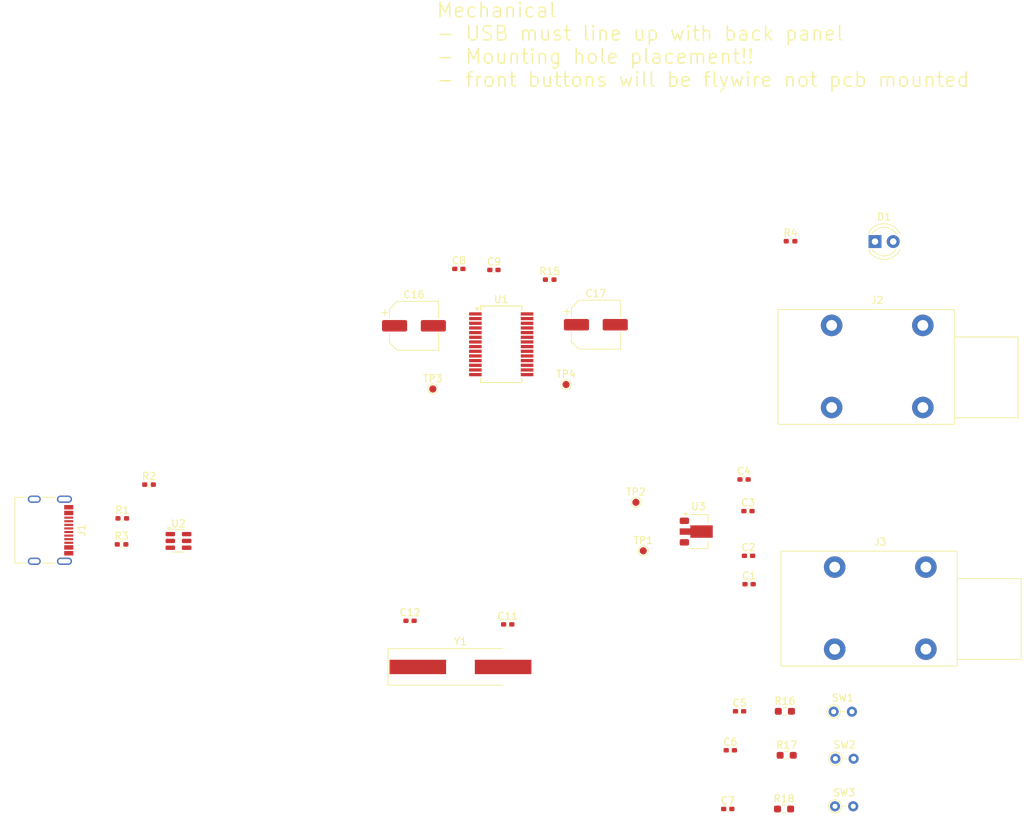
<source format=kicad_pcb>
(kicad_pcb (version 20240108) (generator "pcbnew") (generator_version "8.0")
  (layers (0 "F.Cu" signal) (31 "B.Cu" signal) (34 "B.Paste" user) (35 "F.Paste" user) (36 "B.SilkS" user "B.Silkscreen") (37 "F.SilkS" user "F.Silkscreen") (38 "B.Mask" user) (39 "F.Mask" user) (44 "Edge.Cuts" user))
  (net 0 "")
  (net 1 "GND")
  (net 2 "/VBUS")
  (net 3 "+3V3")
  (net 4 "/Volume Up")
  (net 5 "/Volume Down")
  (net 6 "/Mute")
  (net 7 "Net-(U1-XTI)")
  (net 8 "Net-(U1-XTO)")
  (net 9 "Net-(U1-VINL)")
  (net 10 "/Guitar_IN")
  (net 11 "Net-(U1-VOUTL)")
  (net 12 "/AUX_OUT")
  (net 13 "Net-(D1-A)")
  (net 14 "/USB_D-_IN")
  (net 16 "Net-(J1-CC1)")
  (net 18 "/USB_D+_IN")
  (net 23 "Net-(J1-CC2)")
  (net 24 "Net-(U1-~{SSPND})")
  (net 26 "/USB_D-_OUT")
  (net 28 "/USB_D+_OUT")
  (footprint "Capacitor_SMD:C_0402_1005Metric_Pad0.74x0.62mm_HandSolder" (layer "F.Cu") (at 158.8075 104.75)
    (property "Reference" "C1" (at 0 -1.16 0) (layer "F.SilkS"))
    (property "Value" "100nF")
    (fp_line (start -0.115835 -0.36) (end 0.115835 -0.36) (stroke (width 0.12)) (layer "F.SilkS"))
    (fp_line (start -0.115835 0.36) (end 0.115835 0.36) (stroke (width 0.12)) (layer "F.SilkS"))
    (pad "1" smd roundrect (at -0.5675 0) (size 0.735 0.62) (layers "F.Cu" "F.Paste" "F.Mask") (net 2 "/VBUS"))
    (pad "2" smd roundrect (at 0.5675 0) (size 0.735 0.62) (layers "F.Cu" "F.Paste" "F.Mask") (net 1 "GND"))
  )
  (footprint "Capacitor_SMD:CP_Elec_6.3x7.7" (layer "F.Cu") (at 137.475 68.625)
    (property "Reference" "C17" (at 0 -4.35 0) (layer "F.SilkS"))
    (property "Value" "100u")
    (fp_line (start -4.4375 -1.8475) (end -3.65 -1.8475) (stroke (width 0.12)) (layer "F.SilkS"))
    (fp_line (start -4.04375 -2.24125) (end -4.04375 -1.45375) (stroke (width 0.12)) (layer "F.SilkS"))
    (fp_line (start -3.41 -2.345563) (end -3.41 -1.06) (stroke (width 0.12)) (layer "F.SilkS"))
    (fp_line (start -3.41 -2.345563) (end -2.345563 -3.41) (stroke (width 0.12)) (layer "F.SilkS"))
    (fp_line (start -3.41 2.345563) (end -3.41 1.06) (stroke (width 0.12)) (layer "F.SilkS"))
    (fp_line (start -3.41 2.345563) (end -2.345563 3.41) (stroke (width 0.12)) (layer "F.SilkS"))
    (fp_line (start -2.345563 -3.41) (end 3.41 -3.41) (stroke (width 0.12)) (layer "F.SilkS"))
    (fp_line (start -2.345563 3.41) (end 3.41 3.41) (stroke (width 0.12)) (layer "F.SilkS"))
    (fp_line (start 3.41 -3.41) (end 3.41 -1.06) (stroke (width 0.12)) (layer "F.SilkS"))
    (fp_line (start 3.41 3.41) (end 3.41 1.06) (stroke (width 0.12)) (layer "F.SilkS"))
    (pad "1" smd roundrect (at -2.7 0) (size 3.5 1.6) (layers "F.Cu" "F.Paste" "F.Mask") (roundrect_rratio 0.15625) (net 11 "Net-(U1-VOUTL)"))
    (pad "2" smd roundrect (at 2.7 0) (size 3.5 1.6) (layers "F.Cu" "F.Paste" "F.Mask") (roundrect_rratio 0.15625) (net 12 "/AUX_OUT"))
  )
  (footprint "Capacitor_SMD:C_0402_1005Metric_Pad0.74x0.62mm_HandSolder" (layer "F.Cu") (at 158.725 100.8)
    (property "Reference" "C2" (at 0 -1.16 0) (layer "F.SilkS"))
    (property "Value" "1uF")
    (fp_line (start -0.115835 -0.36) (end 0.115835 -0.36) (stroke (width 0.12)) (layer "F.SilkS"))
    (fp_line (start -0.115835 0.36) (end 0.115835 0.36) (stroke (width 0.12)) (layer "F.SilkS"))
    (pad "1" smd roundrect (at -0.5675 0) (size 0.735 0.62) (layers "F.Cu" "F.Paste" "F.Mask") (net 2 "/VBUS"))
    (pad "2" smd roundrect (at 0.5675 0) (size 0.735 0.62) (layers "F.Cu" "F.Paste" "F.Mask") (net 1 "GND"))
  )
  (footprint "Package_TO_SOT_SMD:SOT-89-3" (layer "F.Cu") (at 151.75 97.425)
    (property "Reference" "U3" (at 0 -3.5 0) (layer "F.SilkS"))
    (property "Value" "AMS1117-3.3")
    (fp_line (start -1.22 -2.36) (end 1.36 -2.36) (stroke (width 0.12)) (layer "F.SilkS"))
    (fp_line (start 1.36 -1.38) (end 1.36 -2.36) (stroke (width 0.12)) (layer "F.SilkS"))
    (fp_line (start 1.36 1.38) (end 1.36 2.36) (stroke (width 0.12)) (layer "F.SilkS"))
    (fp_line (start 1.36 2.36) (end -1.36 2.36) (stroke (width 0.12)) (layer "F.SilkS"))
    (fp_poly (pts (xy -1.77 -2.21) (xy -2.01 -2.54) (xy -1.53 -2.54) (xy -1.77 -2.21)) (stroke (width 0.12)) (fill solid) (layer "F.SilkS"))
    (pad "1" smd roundrect (at -1.95 -1.5) (size 1.3 0.9) (layers "F.Cu" "F.Paste" "F.Mask") (net 1 "GND"))
    (pad "2" smd custom (at -1.8625 0) (size 1.475 0.9) (layers "F.Cu" "F.Paste" "F.Mask") (net 3 "+3V3") (options (clearance outline) (anchor rect)) (primitives (gr_poly (pts (xy 3.8625 0.8665) (xy 0.7375 0.8665) (xy 0.7375 -0.8665) (xy 3.8625 -0.8665)) (width 0) (fill yes))))
    (pad "3" smd roundrect (at -1.95 1.5) (size 1.3 0.9) (layers "F.Cu" "F.Paste" "F.Mask") (net 2 "/VBUS"))
  )
  (footprint "Capacitor_SMD:C_0402_1005Metric_Pad0.74x0.62mm_HandSolder" (layer "F.Cu") (at 155.8425 136.05)
    (property "Reference" "C7" (at 0 -1.16 0) (layer "F.SilkS"))
    (property "Value" "100nF")
    (fp_line (start -0.115835 -0.36) (end 0.115835 -0.36) (stroke (width 0.12)) (layer "F.SilkS"))
    (fp_line (start -0.115835 0.36) (end 0.115835 0.36) (stroke (width 0.12)) (layer "F.SilkS"))
    (pad "1" smd roundrect (at -0.5675 0) (size 0.735 0.62) (layers "F.Cu" "F.Paste" "F.Mask") (net 6 "/Mute"))
    (pad "2" smd roundrect (at 0.5675 0) (size 0.735 0.62) (layers "F.Cu" "F.Paste" "F.Mask") (net 1 "GND"))
  )
  (footprint "Capacitor_SMD:C_0402_1005Metric_Pad0.74x0.62mm_HandSolder" (layer "F.Cu") (at 156.1925 127.875)
    (property "Reference" "C6" (at 0 -1.16 0) (layer "F.SilkS"))
    (property "Value" "100nF")
    (fp_line (start -0.115835 -0.36) (end 0.115835 -0.36) (stroke (width 0.12)) (layer "F.SilkS"))
    (fp_line (start -0.115835 0.36) (end 0.115835 0.36) (stroke (width 0.12)) (layer "F.SilkS"))
    (pad "1" smd roundrect (at -0.5675 0) (size 0.735 0.62) (layers "F.Cu" "F.Paste" "F.Mask") (net 5 "/Volume Down"))
    (pad "2" smd roundrect (at 0.5675 0) (size 0.735 0.62) (layers "F.Cu" "F.Paste" "F.Mask") (net 1 "GND"))
  )
  (footprint "Capacitor_SMD:C_0402_1005Metric_Pad0.74x0.62mm_HandSolder" (layer "F.Cu") (at 157.485 122.45)
    (property "Reference" "C5" (at 0 -1.16 0) (layer "F.SilkS"))
    (property "Value" "100nF")
    (fp_line (start -0.115835 -0.36) (end 0.115835 -0.36) (stroke (width 0.12)) (layer "F.SilkS"))
    (fp_line (start -0.115835 0.36) (end 0.115835 0.36) (stroke (width 0.12)) (layer "F.SilkS"))
    (pad "1" smd roundrect (at -0.5675 0) (size 0.735 0.62) (layers "F.Cu" "F.Paste" "F.Mask") (net 4 "/Volume Up"))
    (pad "2" smd roundrect (at 0.5675 0) (size 0.735 0.62) (layers "F.Cu" "F.Paste" "F.Mask") (net 1 "GND"))
  )
  (footprint "Package_SO:SSOP-28_5.3x10.2mm_P0.65mm" (layer "F.Cu") (at 124.3 71.35)
    (property "Reference" "U1" (at 0 -6.25 0) (layer "F.SilkS"))
    (property "Value" "PCM2903")
    (fp_line (start -2.875 -5.325) (end -2.875 -4.75) (stroke (width 0.15)) (layer "F.SilkS"))
    (fp_line (start -2.875 -5.325) (end 2.875 -5.325) (stroke (width 0.15)) (layer "F.SilkS"))
    (fp_line (start -2.875 4.75) (end -2.875 5.325) (stroke (width 0.15)) (layer "F.SilkS"))
    (fp_line (start -2.875 5.325) (end 2.875 5.325) (stroke (width 0.15)) (layer "F.SilkS"))
    (fp_line (start 2.875 -5.325) (end 2.875 -4.75) (stroke (width 0.15)) (layer "F.SilkS"))
    (fp_line (start 2.875 4.75) (end 2.875 5.325) (stroke (width 0.15)) (layer "F.SilkS"))
    (fp_poly (pts (xy -3.375 -4.75) (xy -3.615 -5.08) (xy -3.135 -5.08) (xy -3.375 -4.75)) (stroke (width 0.12)) (fill solid) (layer "F.SilkS"))
    (pad "1" smd rect (at -3.6 -4.225) (size 1.75 0.45) (layers "F.Cu" "F.Paste" "F.Mask") (net 28 "/USB_D+_OUT"))
    (pad "2" smd rect (at -3.6 -3.575) (size 1.75 0.45) (layers "F.Cu" "F.Paste" "F.Mask") (net 26 "/USB_D-_OUT"))
    (pad "3" smd rect (at -3.6 -2.925) (size 1.75 0.45) (layers "F.Cu" "F.Paste" "F.Mask") (net 3 "+3V3"))
    (pad "4" smd rect (at -3.6 -2.275) (size 1.75 0.45) (layers "F.Cu" "F.Paste" "F.Mask") (net 1 "GND"))
    (pad "5" smd rect (at -3.6 -1.625) (size 1.75 0.45) (layers "F.Cu" "F.Paste" "F.Mask") (net 6 "/Mute"))
    (pad "6" smd rect (at -3.6 -0.975) (size 1.75 0.45) (layers "F.Cu" "F.Paste" "F.Mask") (net 4 "/Volume Up"))
    (pad "7" smd rect (at -3.6 -0.325) (size 1.75 0.45) (layers "F.Cu" "F.Paste" "F.Mask") (net 5 "/Volume Down"))
    (pad "8" smd rect (at -3.6 0.325) (size 1.75 0.45) (layers "F.Cu" "F.Paste" "F.Mask") (net 3 "+3V3"))
    (pad "9" smd rect (at -3.6 0.975) (size 1.75 0.45) (layers "F.Cu" "F.Paste" "F.Mask") (net 2 "/VBUS"))
    (pad "10" smd rect (at -3.6 1.625) (size 1.75 0.45) (layers "F.Cu" "F.Paste" "F.Mask") (net 3 "+3V3"))
    (pad "11" smd rect (at -3.6 2.275) (size 1.75 0.45) (layers "F.Cu" "F.Paste" "F.Mask") (net 1 "GND"))
    (pad "12" smd rect (at -3.6 2.925) (size 1.75 0.45) (layers "F.Cu" "F.Paste" "F.Mask") (net 9 "Net-(U1-VINL)"))
    (pad "13" smd rect (at -3.6 3.575) (size 1.75 0.45) (layers "F.Cu" "F.Paste" "F.Mask") (net 9 "Net-(U1-VINL)"))
    (pad "14" smd rect (at -3.6 4.225) (size 1.75 0.45) (layers "F.Cu" "F.Paste" "F.Mask") (net 3 "+3V3"))
    (pad "15" smd rect (at 3.6 4.225) (size 1.75 0.45) (layers "F.Cu" "F.Paste" "F.Mask") (net 11 "Net-(U1-VOUTL)"))
    (pad "16" smd rect (at 3.6 3.575) (size 1.75 0.45) (layers "F.Cu" "F.Paste" "F.Mask") (net 11 "Net-(U1-VOUTL)"))
    (pad "17" smd rect (at 3.6 2.925) (size 1.75 0.45) (layers "F.Cu" "F.Paste" "F.Mask") (net 3 "+3V3"))
    (pad "18" smd rect (at 3.6 2.275) (size 1.75 0.45) (layers "F.Cu" "F.Paste" "F.Mask") (net 1 "GND"))
    (pad "19" smd rect (at 3.6 1.625) (size 1.75 0.45) (layers "F.Cu" "F.Paste" "F.Mask") (net 3 "+3V3"))
    (pad "20" smd rect (at 3.6 0.975) (size 1.75 0.45) (layers "F.Cu" "F.Paste" "F.Mask") (net 8 "Net-(U1-XTO)"))
    (pad "21" smd rect (at 3.6 0.325) (size 1.75 0.45) (layers "F.Cu" "F.Paste" "F.Mask") (net 7 "Net-(U1-XTI)"))
    (pad "22" smd rect (at 3.6 -0.325) (size 1.75 0.45) (layers "F.Cu" "F.Paste" "F.Mask") (net 1 "GND"))
    (pad "23" smd rect (at 3.6 -0.975) (size 1.75 0.45) (layers "F.Cu" "F.Paste" "F.Mask") (net 3 "+3V3"))
    (pad "24" smd rect (at 3.6 -1.625) (size 1.75 0.45) (layers "F.Cu" "F.Paste" "F.Mask"))
    (pad "25" smd rect (at 3.6 -2.275) (size 1.75 0.45) (layers "F.Cu" "F.Paste" "F.Mask"))
    (pad "26" smd rect (at 3.6 -2.925) (size 1.75 0.45) (layers "F.Cu" "F.Paste" "F.Mask") (net 1 "GND"))
    (pad "27" smd rect (at 3.6 -3.575) (size 1.75 0.45) (layers "F.Cu" "F.Paste" "F.Mask") (net 3 "+3V3"))
    (pad "28" smd rect (at 3.6 -4.225) (size 1.75 0.45) (layers "F.Cu" "F.Paste" "F.Mask") (net 24 "Net-(U1-~{SSPND})"))
  )
  (footprint "Resistor_SMD:R_0402_1005Metric_Pad0.72x0.64mm_HandSolder" (layer "F.Cu") (at 71.4375 99.2125)
    (property "Reference" "R3" (at 0 -1.17 0) (layer "F.SilkS"))
    (property "Value" "5k1")
    (fp_line (start -0.167621 -0.38) (end 0.167621 -0.38) (stroke (width 0.12)) (layer "F.SilkS"))
    (fp_line (start -0.167621 0.38) (end 0.167621 0.38) (stroke (width 0.12)) (layer "F.SilkS"))
    (pad "1" smd roundrect (at -0.5975 0) (size 0.715 0.64) (layers "F.Cu" "F.Paste" "F.Mask") (net 23 "Net-(J1-CC2)"))
    (pad "2" smd roundrect (at 0.5975 0) (size 0.715 0.64) (layers "F.Cu" "F.Paste" "F.Mask") (net 1 "GND"))
  )
  (footprint "Resistor_SMD:R_0603_1608Metric_Pad0.98x0.95mm_HandSolder" (layer "F.Cu") (at 163.7925 122.45)
    (property "Reference" "R16" (at 0 -1.43 0) (layer "F.SilkS"))
    (property "Value" "10k")
    (fp_line (start -0.254724 -0.5225) (end 0.254724 -0.5225) (stroke (width 0.12)) (layer "F.SilkS"))
    (fp_line (start -0.254724 0.5225) (end 0.254724 0.5225) (stroke (width 0.12)) (layer "F.SilkS"))
    (pad "1" smd roundrect (at -0.9125 0) (size 0.975 0.95) (layers "F.Cu" "F.Paste" "F.Mask") (net 4 "/Volume Up"))
    (pad "2" smd roundrect (at 0.9125 0) (size 0.975 0.95) (layers "F.Cu" "F.Paste" "F.Mask") (net 3 "+3V3"))
  )
  (footprint "Resistor_SMD:R_0402_1005Metric_Pad0.72x0.64mm_HandSolder" (layer "F.Cu") (at 131.05 62.35)
    (property "Reference" "R15" (at 0 -1.17 0) (layer "F.SilkS"))
    (property "Value" "1k5")
    (fp_line (start -0.167621 -0.38) (end 0.167621 -0.38) (stroke (width 0.12)) (layer "F.SilkS"))
    (fp_line (start -0.167621 0.38) (end 0.167621 0.38) (stroke (width 0.12)) (layer "F.SilkS"))
    (pad "1" smd roundrect (at -0.5975 0) (size 0.715 0.64) (layers "F.Cu" "F.Paste" "F.Mask") (net 3 "+3V3"))
    (pad "2" smd roundrect (at 0.5975 0) (size 0.715 0.64) (layers "F.Cu" "F.Paste" "F.Mask") (net 24 "Net-(U1-~{SSPND})"))
  )
  (footprint "Resistor_SMD:R_0603_1608Metric_Pad0.98x0.95mm_HandSolder" (layer "F.Cu") (at 163.675 136.05)
    (property "Reference" "R18" (at 0 -1.43 0) (layer "F.SilkS"))
    (property "Value" "10k")
    (fp_line (start -0.254724 -0.5225) (end 0.254724 -0.5225) (stroke (width 0.12)) (layer "F.SilkS"))
    (fp_line (start -0.254724 0.5225) (end 0.254724 0.5225) (stroke (width 0.12)) (layer "F.SilkS"))
    (pad "1" smd roundrect (at -0.9125 0) (size 0.975 0.95) (layers "F.Cu" "F.Paste" "F.Mask") (net 6 "/Mute"))
    (pad "2" smd roundrect (at 0.9125 0) (size 0.975 0.95) (layers "F.Cu" "F.Paste" "F.Mask") (net 3 "+3V3"))
  )
  (footprint "Capacitor_SMD:CP_Elec_6.3x7.7" (layer "F.Cu") (at 112.15 68.775)
    (property "Reference" "C16" (at 0 -4.35 0) (layer "F.SilkS"))
    (property "Value" "100u")
    (fp_line (start -4.4375 -1.8475) (end -3.65 -1.8475) (stroke (width 0.12)) (layer "F.SilkS"))
    (fp_line (start -4.04375 -2.24125) (end -4.04375 -1.45375) (stroke (width 0.12)) (layer "F.SilkS"))
    (fp_line (start -3.41 -2.345563) (end -3.41 -1.06) (stroke (width 0.12)) (layer "F.SilkS"))
    (fp_line (start -3.41 -2.345563) (end -2.345563 -3.41) (stroke (width 0.12)) (layer "F.SilkS"))
    (fp_line (start -3.41 2.345563) (end -3.41 1.06) (stroke (width 0.12)) (layer "F.SilkS"))
    (fp_line (start -3.41 2.345563) (end -2.345563 3.41) (stroke (width 0.12)) (layer "F.SilkS"))
    (fp_line (start -2.345563 -3.41) (end 3.41 -3.41) (stroke (width 0.12)) (layer "F.SilkS"))
    (fp_line (start -2.345563 3.41) (end 3.41 3.41) (stroke (width 0.12)) (layer "F.SilkS"))
    (fp_line (start 3.41 -3.41) (end 3.41 -1.06) (stroke (width 0.12)) (layer "F.SilkS"))
    (fp_line (start 3.41 3.41) (end 3.41 1.06) (stroke (width 0.12)) (layer "F.SilkS"))
    (pad "1" smd roundrect (at -2.7 0) (size 3.5 1.6) (layers "F.Cu" "F.Paste" "F.Mask") (roundrect_rratio 0.15625) (net 10 "/Guitar_IN"))
    (pad "2" smd roundrect (at 2.7 0) (size 3.5 1.6) (layers "F.Cu" "F.Paste" "F.Mask") (roundrect_rratio 0.15625) (net 9 "Net-(U1-VINL)"))
  )
  (footprint "Capacitor_SMD:C_0402_1005Metric_Pad0.74x0.62mm_HandSolder" (layer "F.Cu") (at 118.4 60.85)
    (property "Reference" "C8" (at 0 -1.16 0) (layer "F.SilkS"))
    (property "Value" "100nF")
    (fp_line (start -0.115835 -0.36) (end 0.115835 -0.36) (stroke (width 0.12)) (layer "F.SilkS"))
    (fp_line (start -0.115835 0.36) (end 0.115835 0.36) (stroke (width 0.12)) (layer "F.SilkS"))
    (pad "1" smd roundrect (at -0.5675 0) (size 0.735 0.62) (layers "F.Cu" "F.Paste" "F.Mask") (net 3 "+3V3"))
    (pad "2" smd roundrect (at 0.5675 0) (size 0.735 0.62) (layers "F.Cu" "F.Paste" "F.Mask") (net 1 "GND"))
  )
  (footprint "Package_TO_SOT_SMD:SOT-23-6" (layer "F.Cu") (at 79.3625 98.725)
    (property "Reference" "U2" (at 0 -2.4 0) (layer "F.SilkS"))
    (property "Value" "USBLC6-2SC6")
    (fp_line (start 0 -1.56) (end -0.8 -1.56) (stroke (width 0.12)) (layer "F.SilkS"))
    (fp_line (start 0 -1.56) (end 0.8 -1.56) (stroke (width 0.12)) (layer "F.SilkS"))
    (fp_line (start 0 1.56) (end -0.8 1.56) (stroke (width 0.12)) (layer "F.SilkS"))
    (fp_line (start 0 1.56) (end 0.8 1.56) (stroke (width 0.12)) (layer "F.SilkS"))
    (fp_poly (pts (xy -1.3 -1.51) (xy -1.54 -1.84) (xy -1.06 -1.84) (xy -1.3 -1.51)) (stroke (width 0.12)) (fill solid) (layer "F.SilkS"))
    (pad "1" smd roundrect (at -1.1375 -0.95) (size 1.325 0.6) (layers "F.Cu" "F.Paste" "F.Mask") (net 14 "/USB_D-_IN"))
    (pad "2" smd roundrect (at -1.1375 0) (size 1.325 0.6) (layers "F.Cu" "F.Paste" "F.Mask") (net 1 "GND"))
    (pad "3" smd roundrect (at -1.1375 0.95) (size 1.325 0.6) (layers "F.Cu" "F.Paste" "F.Mask") (net 18 "/USB_D+_IN"))
    (pad "4" smd roundrect (at 1.1375 0.95) (size 1.325 0.6) (layers "F.Cu" "F.Paste" "F.Mask") (net 28 "/USB_D+_OUT"))
    (pad "5" smd roundrect (at 1.1375 0) (size 1.325 0.6) (layers "F.Cu" "F.Paste" "F.Mask") (net 2 "/VBUS"))
    (pad "6" smd roundrect (at 1.1375 -0.95) (size 1.325 0.6) (layers "F.Cu" "F.Paste" "F.Mask") (net 26 "/USB_D-_OUT"))
  )
  (footprint "TestPoint:TestPoint_Pad_D1.0mm" (layer "F.Cu") (at 143.05 93.35)
    (property "Reference" "TP2" (at 0 -1.448 0) (layer "F.SilkS"))
    (property "Value" "TestPoint")
    (fp_circle (center 0 0) (end 0 0.7) (stroke (width 0.12)) (fill none) (layer "F.SilkS"))
    (pad "1" smd circle (at 0 0) (size 1 1) (layers "F.Cu" "F.Mask") (net 3 "+3V3"))
  )
  (footprint "Capacitor_SMD:C_0402_1005Metric_Pad0.74x0.62mm_HandSolder" (layer "F.Cu") (at 158.65 94.575)
    (property "Reference" "C3" (at 0 -1.16 0) (layer "F.SilkS"))
    (property "Value" "1uF")
    (fp_line (start -0.115835 -0.36) (end 0.115835 -0.36) (stroke (width 0.12)) (layer "F.SilkS"))
    (fp_line (start -0.115835 0.36) (end 0.115835 0.36) (stroke (width 0.12)) (layer "F.SilkS"))
    (pad "1" smd roundrect (at -0.5675 0) (size 0.735 0.62) (layers "F.Cu" "F.Paste" "F.Mask") (net 3 "+3V3"))
    (pad "2" smd roundrect (at 0.5675 0) (size 0.735 0.62) (layers "F.Cu" "F.Paste" "F.Mask") (net 1 "GND"))
  )
  (footprint "Capacitor_SMD:C_0402_1005Metric_Pad0.74x0.62mm_HandSolder" (layer "F.Cu") (at 158.1075 90.175)
    (property "Reference" "C4" (at 0 -1.16 0) (layer "F.SilkS"))
    (property "Value" "100nF")
    (fp_line (start -0.115835 -0.36) (end 0.115835 -0.36) (stroke (width 0.12)) (layer "F.SilkS"))
    (fp_line (start -0.115835 0.36) (end 0.115835 0.36) (stroke (width 0.12)) (layer "F.SilkS"))
    (pad "1" smd roundrect (at -0.5675 0) (size 0.735 0.62) (layers "F.Cu" "F.Paste" "F.Mask") (net 3 "+3V3"))
    (pad "2" smd roundrect (at 0.5675 0) (size 0.735 0.62) (layers "F.Cu" "F.Paste" "F.Mask") (net 1 "GND"))
  )
  (footprint "Resistor_SMD:R_0402_1005Metric_Pad0.72x0.64mm_HandSolder" (layer "F.Cu") (at 71.5375 95.5875)
    (property "Reference" "R1" (at 0 -1.17 0) (layer "F.SilkS"))
    (property "Value" "5k1")
    (fp_line (start -0.167621 -0.38) (end 0.167621 -0.38) (stroke (width 0.12)) (layer "F.SilkS"))
    (fp_line (start -0.167621 0.38) (end 0.167621 0.38) (stroke (width 0.12)) (layer "F.SilkS"))
    (pad "1" smd roundrect (at -0.5975 0) (size 0.715 0.64) (layers "F.Cu" "F.Paste" "F.Mask") (net 16 "Net-(J1-CC1)"))
    (pad "2" smd roundrect (at 0.5975 0) (size 0.715 0.64) (layers "F.Cu" "F.Paste" "F.Mask") (net 1 "GND"))
  )
  (footprint "LED_THT:LED_D4.0mm" (layer "F.Cu") (at 176.335 57.05)
    (property "Reference" "D1" (at 1.27 -3.46 0) (layer "F.SilkS"))
    (property "Value" "LED")
    (fp_line (start -0.79 -1.399) (end -0.79 -1.08) (stroke (width 0.12)) (layer "F.SilkS"))
    (fp_line (start -0.79 1.08) (end -0.79 1.399) (stroke (width 0.12)) (layer "F.SilkS"))
    (fp_arc (start -0.79 -1.398749) (mid 1.453519 -2.483228) (end 3.513242 -1.080724) (stroke (width 0.12)) (layer "F.SilkS"))
    (fp_arc (start -0.41333 -1.08) (mid 1.269429 -2) (end 2.952713 -1.080961) (stroke (width 0.12)) (layer "F.SilkS"))
    (fp_arc (start 2.952713 1.080961) (mid 1.269429 2) (end -0.41333 1.08) (stroke (width 0.12)) (layer "F.SilkS"))
    (fp_arc (start 3.513242 1.080724) (mid 1.453519 2.483228) (end -0.79 1.398749) (stroke (width 0.12)) (layer "F.SilkS"))
    (pad "1" thru_hole rect (at 0 0) (size 1.8 1.8) (drill 0.9) (layers "*.Cu" "*.Mask") (net 1 "GND"))
    (pad "2" thru_hole circle (at 2.54 0) (size 1.8 1.8) (drill 0.9) (layers "*.Cu" "*.Mask") (net 13 "Net-(D1-A)"))
  )
  (footprint "Resistor_THT:R_Axial_DIN0204_L3.6mm_D1.6mm_P2.54mm_Vertical" (layer "F.Cu") (at 170.585 122.5)
    (property "Reference" "SW1" (at 1.27 -1.92 0) (layer "F.SilkS"))
    (property "Value" "SW_Push")
    (fp_line (start 0.92 0) (end 1.54 0) (stroke (width 0.12)) (layer "F.SilkS"))
    (fp_circle (center 0 0) (end 0.92 0) (stroke (width 0.12)) (fill none) (layer "F.SilkS"))
    (pad "1" thru_hole circle (at 0 0) (size 1.4 1.4) (drill 0.7) (layers "*.Cu" "*.Mask") (net 4 "/Volume Up"))
    (pad "2" thru_hole oval (at 2.54 0) (size 1.4 1.4) (drill 0.7) (layers "*.Cu" "*.Mask") (net 1 "GND"))
  )
  (footprint "Resistor_SMD:R_0402_1005Metric_Pad0.72x0.64mm_HandSolder" (layer "F.Cu") (at 75.2625 90.8875)
    (property "Reference" "R2" (at 0 -1.17 0) (layer "F.SilkS"))
    (property "Value" "1k5")
    (fp_line (start -0.167621 -0.38) (end 0.167621 -0.38) (stroke (width 0.12)) (layer "F.SilkS"))
    (fp_line (start -0.167621 0.38) (end 0.167621 0.38) (stroke (width 0.12)) (layer "F.SilkS"))
    (pad "1" smd roundrect (at -0.5975 0) (size 0.715 0.64) (layers "F.Cu" "F.Paste" "F.Mask") (net 18 "/USB_D+_IN"))
    (pad "2" smd roundrect (at 0.5975 0) (size 0.715 0.64) (layers "F.Cu" "F.Paste" "F.Mask") (net 3 "+3V3"))
  )
  (footprint "Connector_Audio:Jack_6.35mm_Neutrik_NRJ4HH-1_Horizontal" (layer "F.Cu") (at 170.725 102.37)
    (property "Reference" "J3" (at 6.35 -3.5 0) (layer "F.SilkS"))
    (property "Value" "NRJ4HH-1")
    (fp_line (start -7.47 -2.21) (end 17.07 -2.21) (stroke (width 0.12)) (layer "F.SilkS"))
    (fp_line (start -7.47 13.78) (end -7.47 -2.21) (stroke (width 0.12)) (layer "F.SilkS"))
    (fp_line (start -7.47 13.78) (end 17.07 13.78) (stroke (width 0.12)) (layer "F.SilkS"))
    (fp_line (start 17.07 -2.21) (end 17.07 13.78) (stroke (width 0.12)) (layer "F.SilkS"))
    (fp_line (start 25.97 1.61) (end 17.07 1.61) (stroke (width 0.12)) (layer "F.SilkS"))
    (fp_line (start 25.97 12.85) (end 17.07 12.85) (stroke (width 0.12)) (layer "F.SilkS"))
    (fp_line (start 25.97 12.85) (end 25.97 1.61) (stroke (width 0.12)) (layer "F.SilkS"))
    (pad "" np_thru_hole circle (at 3.15 2.13) (size 3 3) (drill 3) (layers "*.Cu" "*.Mask"))
    (pad "" np_thru_hole circle (at 9.5 0) (size 2 2) (drill 2) (layers "*.Cu" "*.Mask"))
    (pad "" np_thru_hole circle (at 9.5 11.43) (size 2 2) (drill 2) (layers "*.Cu" "*.Mask"))
    (pad "G" thru_hole circle (at 12.7 11.43) (size 3 3) (drill 1.5) (layers "*.Cu" "*.Mask") (net 1 "GND"))
    (pad "S" thru_hole circle (at 12.7 0) (size 3 3) (drill 1.5) (layers "*.Cu" "*.Mask") (net 1 "GND"))
    (pad "T" thru_hole circle (at 0 0) (size 3 3) (drill 1.5) (layers "*.Cu" "*.Mask") (net 12 "/AUX_OUT"))
    (pad "TN" thru_hole circle (at 0 11.43) (size 3 3) (drill 1.5) (layers "*.Cu" "*.Mask") (net 12 "/AUX_OUT"))
  )
  (footprint "Resistor_SMD:R_0603_1608Metric_Pad0.98x0.95mm_HandSolder" (layer "F.Cu") (at 164.0425 128.575)
    (property "Reference" "R17" (at 0 -1.43 0) (layer "F.SilkS"))
    (property "Value" "10k")
    (fp_line (start -0.254724 -0.5225) (end 0.254724 -0.5225) (stroke (width 0.12)) (layer "F.SilkS"))
    (fp_line (start -0.254724 0.5225) (end 0.254724 0.5225) (stroke (width 0.12)) (layer "F.SilkS"))
    (pad "1" smd roundrect (at -0.9125 0) (size 0.975 0.95) (layers "F.Cu" "F.Paste" "F.Mask") (net 5 "/Volume Down"))
    (pad "2" smd roundrect (at 0.9125 0) (size 0.975 0.95) (layers "F.Cu" "F.Paste" "F.Mask") (net 3 "+3V3"))
  )
  (footprint "Resistor_THT:R_Axial_DIN0204_L3.6mm_D1.6mm_P2.54mm_Vertical" (layer "F.Cu") (at 170.7675 135.675)
    (property "Reference" "SW3" (at 1.27 -1.92 0) (layer "F.SilkS"))
    (property "Value" "SW_Push")
    (fp_line (start 0.92 0) (end 1.54 0) (stroke (width 0.12)) (layer "F.SilkS"))
    (fp_circle (center 0 0) (end 0.92 0) (stroke (width 0.12)) (fill none) (layer "F.SilkS"))
    (pad "1" thru_hole circle (at 0 0) (size 1.4 1.4) (drill 0.7) (layers "*.Cu" "*.Mask") (net 6 "/Mute"))
    (pad "2" thru_hole oval (at 2.54 0) (size 1.4 1.4) (drill 0.7) (layers "*.Cu" "*.Mask") (net 1 "GND"))
  )
  (footprint "TestPoint:TestPoint_Pad_D1.0mm" (layer "F.Cu") (at 114.775 77.575)
    (property "Reference" "TP3" (at 0 -1.448 0) (layer "F.SilkS"))
    (property "Value" "TestPoint")
    (fp_circle (center 0 0) (end 0 0.7) (stroke (width 0.12)) (fill none) (layer "F.SilkS"))
    (pad "1" smd circle (at 0 0) (size 1 1) (layers "F.Cu" "F.Mask") (net 9 "Net-(U1-VINL)"))
  )
  (footprint "Crystal:Crystal_SMD_HC49-SD_HandSoldering" (layer "F.Cu") (at 118.625 116.275)
    (property "Reference" "Y1" (at 0 -3.55 0) (layer "F.SilkS"))
    (property "Value" "12MHz")
    (fp_line (start -10.075 -2.55) (end -10.075 2.55) (stroke (width 0.12)) (layer "F.SilkS"))
    (fp_line (start -10.075 2.55) (end 5.9 2.55) (stroke (width 0.12)) (layer "F.SilkS"))
    (fp_line (start 5.9 -2.55) (end -10.075 -2.55) (stroke (width 0.12)) (layer "F.SilkS"))
    (pad "1" smd rect (at -5.9375 0) (size 7.875 2) (layers "F.Cu" "F.Paste" "F.Mask") (net 8 "Net-(U1-XTO)"))
    (pad "2" smd rect (at 5.9375 0) (size 7.875 2) (layers "F.Cu" "F.Paste" "F.Mask") (net 7 "Net-(U1-XTI)"))
  )
  (footprint "Connector_USB:USB_C_Receptacle_G-Switch_GT-USB-7010ASV" (layer "F.Cu") (at 60.3625 97.2375 -90)
    (property "Reference" "J1" (at 0 -5.5 90) (layer "F.SilkS"))
    (property "Value" "USB_C_Receptacle_USB2.0_16P")
    (fp_line (start -4.58 3.785) (end -4.58 2.08) (stroke (width 0.12)) (layer "F.SilkS"))
    (fp_line (start 4.58 3.785) (end -4.58 3.785) (stroke (width 0.12)) (layer "F.SilkS"))
    (fp_line (start 4.58 2.08) (end 4.58 3.785) (stroke (width 0.12)) (layer "F.SilkS"))
    (fp_line (start 4.58 0.07) (end 4.58 -1.85) (stroke (width 0.12)) (layer "F.SilkS"))
    (fp_line (start -4.58 -1.85) (end -4.58 0.07) (stroke (width 0.12)) (layer "F.SilkS"))
    (pad "" np_thru_hole circle (at -2.89 -2.605 270) (size 0.65 0.65) (drill 0.65) (layers "*.Cu" "*.Mask"))
    (pad "" np_thru_hole circle (at 2.89 -2.605 270) (size 0.65 0.65) (drill 0.65) (layers "*.Cu" "*.Mask"))
    (pad "A1" smd rect (at -3.2 -3.725 270) (size 0.6 1.24) (layers "F.Cu" "F.Paste" "F.Mask") (net 1 "GND"))
    (pad "A4" smd rect (at -2.4 -3.725 270) (size 0.6 1.24) (layers "F.Cu" "F.Paste" "F.Mask") (net 2 "/VBUS"))
    (pad "A5" smd rect (at -1.25 -3.725 270) (size 0.3 1.24) (layers "F.Cu" "F.Paste" "F.Mask") (net 16 "Net-(J1-CC1)"))
    (pad "A6" smd rect (at -0.25 -3.725 270) (size 0.3 1.24) (layers "F.Cu" "F.Paste" "F.Mask") (net 18 "/USB_D+_IN"))
    (pad "A7" smd rect (at 0.25 -3.725 270) (size 0.3 1.24) (layers "F.Cu" "F.Paste" "F.Mask") (net 14 "/USB_D-_IN"))
    (pad "A8" smd rect (at 1.25 -3.725 270) (size 0.3 1.24) (layers "F.Cu" "F.Paste" "F.Mask"))
    (pad "A9" smd rect (at 2.4 -3.725 270) (size 0.6 1.24) (layers "F.Cu" "F.Paste" "F.Mask") (net 2 "/VBUS"))
    (pad "A12" smd rect (at 3.2 -3.725 270) (size 0.6 1.24) (layers "F.Cu" "F.Paste" "F.Mask") (net 1 "GND"))
    (pad "B1" smd rect (at 3.2 -3.725 270) (size 0.6 1.24) (layers "F.Cu" "F.Paste" "F.Mask") (net 1 "GND"))
    (pad "B4" smd rect (at 2.4 -3.725 270) (size 0.6 1.24) (layers "F.Cu" "F.Paste" "F.Mask") (net 2 "/VBUS"))
    (pad "B5" smd rect (at 1.75 -3.725 270) (size 0.3 1.24) (layers "F.Cu" "F.Paste" "F.Mask") (net 23 "Net-(J1-CC2)"))
    (pad "B6" smd rect (at 0.75 -3.725 270) (size 0.3 1.24) (layers "F.Cu" "F.Paste" "F.Mask") (net 18 "/USB_D+_IN"))
    (pad "B7" smd rect (at -0.75 -3.725 270) (size 0.3 1.24) (layers "F.Cu" "F.Paste" "F.Mask") (net 14 "/USB_D-_IN"))
    (pad "B8" smd rect (at -1.75 -3.725 270) (size 0.3 1.24) (layers "F.Cu" "F.Paste" "F.Mask"))
    (pad "B9" smd rect (at -2.4 -3.725 270) (size 0.6 1.24) (layers "F.Cu" "F.Paste" "F.Mask") (net 2 "/VBUS"))
    (pad "B12" smd rect (at -3.2 -3.725 270) (size 0.6 1.24) (layers "F.Cu" "F.Paste" "F.Mask") (net 1 "GND"))
    (pad "S1" thru_hole oval (at -4.32 -3.125 270) (size 1 2.1) (drill oval 0.6 1.7) (layers "*.Cu" "*.Mask"))
    (pad "S1" thru_hole oval (at -4.32 1.075 270) (size 1 1.8) (drill oval 0.6 1.4) (layers "*.Cu" "*.Mask"))
    (pad "S1" thru_hole oval (at 4.32 -3.125 270) (size 1 2.1) (drill oval 0.6 1.7) (layers "*.Cu" "*.Mask"))
    (pad "S1" thru_hole oval (at 4.32 1.075 270) (size 1 1.8) (drill oval 0.6 1.4) (layers "*.Cu" "*.Mask"))
  )
  (footprint "Connector_Audio:Jack_6.35mm_Neutrik_NRJ4HH-1_Horizontal" (layer "F.Cu") (at 170.3 68.72)
    (property "Reference" "J2" (at 6.35 -3.5 0) (layer "F.SilkS"))
    (property "Value" "NRJ4HH-1")
    (fp_line (start -7.47 -2.21) (end 17.07 -2.21) (stroke (width 0.12)) (layer "F.SilkS"))
    (fp_line (start -7.47 13.78) (end -7.47 -2.21) (stroke (width 0.12)) (layer "F.SilkS"))
    (fp_line (start -7.47 13.78) (end 17.07 13.78) (stroke (width 0.12)) (layer "F.SilkS"))
    (fp_line (start 17.07 -2.21) (end 17.07 13.78) (stroke (width 0.12)) (layer "F.SilkS"))
    (fp_line (start 25.97 1.61) (end 17.07 1.61) (stroke (width 0.12)) (layer "F.SilkS"))
    (fp_line (start 25.97 12.85) (end 17.07 12.85) (stroke (width 0.12)) (layer "F.SilkS"))
    (fp_line (start 25.97 12.85) (end 25.97 1.61) (stroke (width 0.12)) (layer "F.SilkS"))
    (pad "" np_thru_hole circle (at 3.15 2.13) (size 3 3) (drill 3) (layers "*.Cu" "*.Mask"))
    (pad "" np_thru_hole circle (at 9.5 0) (size 2 2) (drill 2) (layers "*.Cu" "*.Mask"))
    (pad "" np_thru_hole circle (at 9.5 11.43) (size 2 2) (drill 2) (layers "*.Cu" "*.Mask"))
    (pad "G" thru_hole circle (at 12.7 11.43) (size 3 3) (drill 1.5) (layers "*.Cu" "*.Mask") (net 1 "GND"))
    (pad "S" thru_hole circle (at 12.7 0) (size 3 3) (drill 1.5) (layers "*.Cu" "*.Mask") (net 1 "GND"))
    (pad "T" thru_hole circle (at 0 0) (size 3 3) (drill 1.5) (layers "*.Cu" "*.Mask") (net 10 "/Guitar_IN"))
    (pad "TN" thru_hole circle (at 0 11.43) (size 3 3) (drill 1.5) (layers "*.Cu" "*.Mask") (net 10 "/Guitar_IN"))
  )
  (footprint "Capacitor_SMD:C_0402_1005Metric_Pad0.74x0.62mm_HandSolder" (layer "F.Cu") (at 111.605 109.85)
    (property "Reference" "C12" (at 0 -1.16 0) (layer "F.SilkS"))
    (property "Value" "22pF")
    (fp_line (start -0.115835 -0.36) (end 0.115835 -0.36) (stroke (width 0.12)) (layer "F.SilkS"))
    (fp_line (start -0.115835 0.36) (end 0.115835 0.36) (stroke (width 0.12)) (layer "F.SilkS"))
    (pad "1" smd roundrect (at -0.5675 0) (size 0.735 0.62) (layers "F.Cu" "F.Paste" "F.Mask") (net 8 "Net-(U1-XTO)"))
    (pad "2" smd roundrect (at 0.5675 0) (size 0.735 0.62) (layers "F.Cu" "F.Paste" "F.Mask") (net 1 "GND"))
  )
  (footprint "Resistor_THT:R_Axial_DIN0204_L3.6mm_D1.6mm_P2.54mm_Vertical" (layer "F.Cu") (at 170.8225 129.05)
    (property "Reference" "SW2" (at 1.27 -1.92 0) (layer "F.SilkS"))
    (property "Value" "SW_Push")
    (fp_line (start 0.92 0) (end 1.54 0) (stroke (width 0.12)) (layer "F.SilkS"))
    (fp_circle (center 0 0) (end 0.92 0) (stroke (width 0.12)) (fill none) (layer "F.SilkS"))
    (pad "1" thru_hole circle (at 0 0) (size 1.4 1.4) (drill 0.7) (layers "*.Cu" "*.Mask") (net 5 "/Volume Down"))
    (pad "2" thru_hole oval (at 2.54 0) (size 1.4 1.4) (drill 0.7) (layers "*.Cu" "*.Mask") (net 1 "GND"))
  )
  (footprint "Resistor_SMD:R_0402_1005Metric_Pad0.72x0.64mm_HandSolder" (layer "F.Cu") (at 164.5775 57)
    (property "Reference" "R4" (at 0 -1.17 0) (layer "F.SilkS"))
    (property "Value" "160R")
    (fp_line (start -0.167621 -0.38) (end 0.167621 -0.38) (stroke (width 0.12)) (layer "F.SilkS"))
    (fp_line (start -0.167621 0.38) (end 0.167621 0.38) (stroke (width 0.12)) (layer "F.SilkS"))
    (pad "1" smd roundrect (at -0.5975 0) (size 0.715 0.64) (layers "F.Cu" "F.Paste" "F.Mask") (net 13 "Net-(D1-A)"))
    (pad "2" smd roundrect (at 0.5975 0) (size 0.715 0.64) (layers "F.Cu" "F.Paste" "F.Mask") (net 3 "+3V3"))
  )
  (footprint "TestPoint:TestPoint_Pad_D1.0mm" (layer "F.Cu") (at 133.325 76.95)
    (property "Reference" "TP4" (at 0 -1.448 0) (layer "F.SilkS"))
    (property "Value" "TestPoint")
    (fp_circle (center 0 0) (end 0 0.7) (stroke (width 0.12)) (fill none) (layer "F.SilkS"))
    (pad "1" smd circle (at 0 0) (size 1 1) (layers "F.Cu" "F.Mask") (net 11 "Net-(U1-VOUTL)"))
  )
  (footprint "Capacitor_SMD:C_0402_1005Metric_Pad0.74x0.62mm_HandSolder" (layer "F.Cu") (at 125.205 110.35)
    (property "Reference" "C11" (at 0 -1.16 0) (layer "F.SilkS"))
    (property "Value" "22pF")
    (fp_line (start -0.115835 -0.36) (end 0.115835 -0.36) (stroke (width 0.12)) (layer "F.SilkS"))
    (fp_line (start -0.115835 0.36) (end 0.115835 0.36) (stroke (width 0.12)) (layer "F.SilkS"))
    (pad "1" smd roundrect (at -0.5675 0) (size 0.735 0.62) (layers "F.Cu" "F.Paste" "F.Mask") (net 7 "Net-(U1-XTI)"))
    (pad "2" smd roundrect (at 0.5675 0) (size 0.735 0.62) (layers "F.Cu" "F.Paste" "F.Mask") (net 1 "GND"))
  )
  (footprint "Capacitor_SMD:C_0402_1005Metric_Pad0.74x0.62mm_HandSolder" (layer "F.Cu") (at 123.2825 61)
    (property "Reference" "C9" (at 0 -1.16 0) (layer "F.SilkS"))
    (property "Value" "100nF")
    (fp_line (start -0.115835 -0.36) (end 0.115835 -0.36) (stroke (width 0.12)) (layer "F.SilkS"))
    (fp_line (start -0.115835 0.36) (end 0.115835 0.36) (stroke (width 0.12)) (layer "F.SilkS"))
    (pad "1" smd roundrect (at -0.5675 0) (size 0.735 0.62) (layers "F.Cu" "F.Paste" "F.Mask") (net 3 "+3V3"))
    (pad "2" smd roundrect (at 0.5675 0) (size 0.735 0.62) (layers "F.Cu" "F.Paste" "F.Mask") (net 1 "GND"))
  )
  (footprint "TestPoint:TestPoint_Pad_D1.0mm" (layer "F.Cu") (at 144.075 100.1)
    (property "Reference" "TP1" (at 0 -1.448 0) (layer "F.SilkS"))
    (property "Value" "TestPoint")
    (fp_circle (center 0 0) (end 0 0.7) (stroke (width 0.12)) (fill none) (layer "F.SilkS"))
    (pad "1" smd circle (at 0 0) (size 1 1) (layers "F.Cu" "F.Mask") (net 2 "/VBUS"))
  )
  (gr_text "Mechanical\n- USB must line up with back panel\n- Mounting hole placement!!\n- front buttons will be flywire not pcb mounted" (at 115.175 35.675 0) (layer "F.SilkS") (effects (font (size 2 2) (thickness 0.2)) (justify left bottom)))
)
</source>
